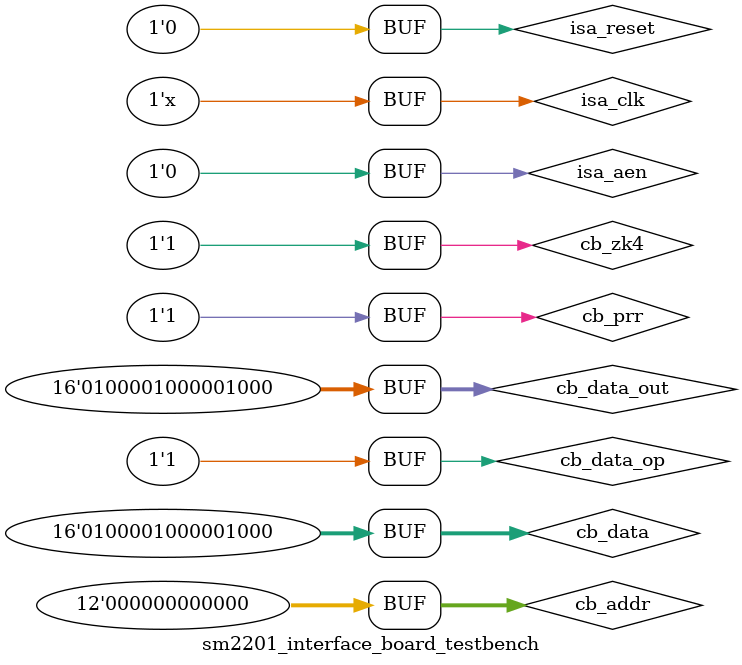
<source format=v>
`timescale 1ns / 1ps


module sm2201_interface_board_testbench;

    // isa input signals
    reg isa_clk;
    reg isa_ior;
    reg isa_iow;
    reg isa_reset;
    reg isa_ale;
    reg isa_aen;

    reg [9:0] isa_addr;
    reg [31:0] counter;
    reg [1:0] operation;        // 0 -read, 1 - write

    // isa output signals
    wire [7:0] isa_irq;
    wire isa_chrdy;

    // CAMAC input signals
    reg cb_prr;
    reg cb_zk4;
    reg cb_data_op;
    wire [15:0] cb_data;
    reg [15:0] cb_data_out;
    // wire [15:0] cb_data_in; 
    reg [11:0] cb_addr;

    assign cb_data = cb_data_op == 1'b1 ? cb_data_out : 16'bz;

    // Instantiate the Unit Under Test (UUT)
    sm2201_interface_board
    uut (
        // isa inputs
        .isa_clk(isa_clk), 
        .isa_reset(isa_reset), 
        .isa_ior(isa_ior), 
        .isa_iow(isa_iow), 
        .isa_addr(isa_addr),
        .isa_ale(isa_ale),
        .isa_aen(isa_aen),
        // isa outputs
        .isa_chrdy(isa_chrdy),
        // CAMAC inputs
        .cb_prr(cb_prr),
        .cb_zk4(cb_zk4),
        .cb_data(cb_data)
    );

    initial begin
        // initial ISA
        isa_reset <= 0;
        isa_clk <= 0;
        isa_ior <= 1;
        isa_iow <= 1;
        isa_addr <= 256;
        isa_ale <= 0;
        isa_aen <= 0;
        // initial CAMAC
        cb_prr <= 1;
        cb_zk4 <= 1;
        cb_data_op <= 1'b1;
        cb_data_out <= 16'b0100001000001000;
        cb_addr <= 11'b00000000000;
        counter <= 0;
        operation <= 0;
    end
    
    // we are model ISA logic
    always
    begin
        #60 isa_clk <= ~isa_clk; 
        #120 counter <= counter + 1;
        // ALE generation
        if (counter == 10) 
        begin
            isa_ale <= 1;
        end
        else if (counter == 20)
        begin
            if (operation == 0)
                isa_ior <= 0;
            else
                isa_iow <= 0;
        end
        else if (counter == 44)
        begin
            isa_ale <= 0;
        end
        else if (counter == 136)
        begin
            if (operation == 0)
                isa_ior <= 1;
            else
                isa_iow <= 1;
        end
        else if (counter == 146)
        begin
            counter <= 10;
            operation <= operation + 1;
            if (operation == 1)
            begin
                isa_addr <= isa_addr + 1;
                operation <= 0;
            end
            // isa addresses range from 100-13E
            if (isa_addr == 318)
            begin
                isa_addr <= 100;
            end
        end
    end
endmodule

</source>
